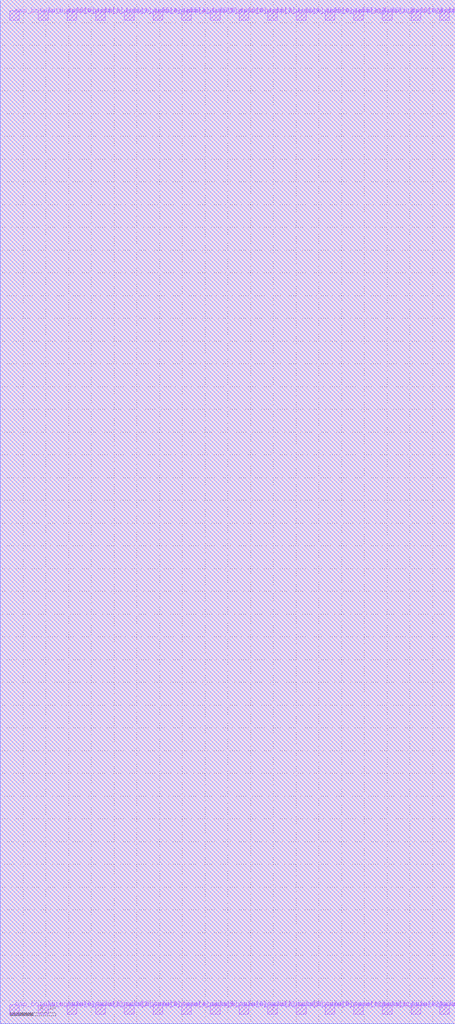
<source format=lef>
VERSION 5.8 ;
DIVIDERCHAR "/" ;
BUSBITCHARS "[]" ;

MACRO caparray
  CLASS BLOCK ;
  FOREIGN caparray 0 0 ;
  ORIGIN 0.000 0.000 ;
  SIZE 40.000 BY 90.000 ;
  SYMMETRY X Y ;

  PIN cap_botplate_main[0]
    DIRECTION INPUT ;
    USE SIGNAL ;
    PORT
      LAYER Metal4 ;
        RECT 0.84 0.84 1.68 1.68 ;
    END
  END cap_botplate_main[0]

  PIN cap_botplate_main[1]
    DIRECTION INPUT ;
    USE SIGNAL ;
    PORT
      LAYER Metal4 ;
        RECT 3.36 0.84 4.20 1.68 ;
    END
  END cap_botplate_main[1]

  PIN cap_botplate_main[2]
    DIRECTION INPUT ;
    USE SIGNAL ;
    PORT
      LAYER Metal4 ;
        RECT 5.88 0.84 6.72 1.68 ;
    END
  END cap_botplate_main[2]

  PIN cap_botplate_main[3]
    DIRECTION INPUT ;
    USE SIGNAL ;
    PORT
      LAYER Metal4 ;
        RECT 8.40 0.84 9.24 1.68 ;
    END
  END cap_botplate_main[3]

  PIN cap_botplate_main[4]
    DIRECTION INPUT ;
    USE SIGNAL ;
    PORT
      LAYER Metal4 ;
        RECT 10.92 0.84 11.76 1.68 ;
    END
  END cap_botplate_main[4]

  PIN cap_botplate_main[5]
    DIRECTION INPUT ;
    USE SIGNAL ;
    PORT
      LAYER Metal4 ;
        RECT 13.44 0.84 14.28 1.68 ;
    END
  END cap_botplate_main[5]

  PIN cap_botplate_main[6]
    DIRECTION INPUT ;
    USE SIGNAL ;
    PORT
      LAYER Metal4 ;
        RECT 15.96 0.84 16.80 1.68 ;
    END
  END cap_botplate_main[6]

  PIN cap_botplate_main[7]
    DIRECTION INPUT ;
    USE SIGNAL ;
    PORT
      LAYER Metal4 ;
        RECT 18.48 0.84 19.32 1.68 ;
    END
  END cap_botplate_main[7]

  PIN cap_botplate_main[8]
    DIRECTION INPUT ;
    USE SIGNAL ;
    PORT
      LAYER Metal4 ;
        RECT 21.00 0.84 21.84 1.68 ;
    END
  END cap_botplate_main[8]

  PIN cap_botplate_main[9]
    DIRECTION INPUT ;
    USE SIGNAL ;
    PORT
      LAYER Metal4 ;
        RECT 23.52 0.84 24.36 1.68 ;
    END
  END cap_botplate_main[9]

  PIN cap_botplate_main[10]
    DIRECTION INPUT ;
    USE SIGNAL ;
    PORT
      LAYER Metal4 ;
        RECT 26.04 0.84 26.88 1.68 ;
    END
  END cap_botplate_main[10]

  PIN cap_botplate_main[11]
    DIRECTION INPUT ;
    USE SIGNAL ;
    PORT
      LAYER Metal4 ;
        RECT 28.56 0.84 29.40 1.68 ;
    END
  END cap_botplate_main[11]

  PIN cap_botplate_main[12]
    DIRECTION INPUT ;
    USE SIGNAL ;
    PORT
      LAYER Metal4 ;
        RECT 31.08 0.84 31.92 1.68 ;
    END
  END cap_botplate_main[12]

  PIN cap_botplate_main[13]
    DIRECTION INPUT ;
    USE SIGNAL ;
    PORT
      LAYER Metal4 ;
        RECT 33.60 0.84 34.44 1.68 ;
    END
  END cap_botplate_main[13]

  PIN cap_botplate_main[14]
    DIRECTION INPUT ;
    USE SIGNAL ;
    PORT
      LAYER Metal4 ;
        RECT 36.12 0.84 36.96 1.68 ;
    END
  END cap_botplate_main[14]

  PIN cap_botplate_main[15]
    DIRECTION INPUT ;
    USE SIGNAL ;
    PORT
      LAYER Metal4 ;
        RECT 38.64 0.84 39.48 1.68 ;
    END
  END cap_botplate_main[15]

  # Top pins (16 pins, y=89.0um, evenly spaced across 40um width)
  PIN cap_botplate_diff[0]
    DIRECTION INPUT ;
    USE SIGNAL ;
    PORT
      LAYER Metal4 ;
        RECT 0.84 88.20 1.68 89.04 ;
    END
  END cap_botplate_diff[0]

  PIN cap_botplate_diff[1]
    DIRECTION INPUT ;
    USE SIGNAL ;
    PORT
      LAYER Metal4 ;
        RECT 3.36 88.20 4.20 89.04 ;
    END
  END cap_botplate_diff[1]

  PIN cap_botplate_diff[2]
    DIRECTION INPUT ;
    USE SIGNAL ;
    PORT
      LAYER Metal4 ;
        RECT 5.88 88.20 6.72 89.04 ;
    END
  END cap_botplate_diff[2]

  PIN cap_botplate_diff[3]
    DIRECTION INPUT ;
    USE SIGNAL ;
    PORT
      LAYER Metal4 ;
        RECT 8.40 88.20 9.24 89.04 ;
    END
  END cap_botplate_diff[3]

  PIN cap_botplate_diff[4]
    DIRECTION INPUT ;
    USE SIGNAL ;
    PORT
      LAYER Metal4 ;
        RECT 10.92 88.20 11.76 89.04 ;
    END
  END cap_botplate_diff[4]

  PIN cap_botplate_diff[5]
    DIRECTION INPUT ;
    USE SIGNAL ;
    PORT
      LAYER Metal4 ;
        RECT 13.44 88.20 14.28 89.04 ;
    END
  END cap_botplate_diff[5]

  PIN cap_botplate_diff[6]
    DIRECTION INPUT ;
    USE SIGNAL ;
    PORT
      LAYER Metal4 ;
        RECT 15.96 88.20 16.80 89.04 ;
    END
  END cap_botplate_diff[6]

  PIN cap_botplate_diff[7]
    DIRECTION INPUT ;
    USE SIGNAL ;
    PORT
      LAYER Metal4 ;
        RECT 18.48 88.20 19.32 89.04 ;
    END
  END cap_botplate_diff[7]

  PIN cap_botplate_diff[8]
    DIRECTION INPUT ;
    USE SIGNAL ;
    PORT
      LAYER Metal4 ;
        RECT 21.00 88.20 21.84 89.04 ;
    END
  END cap_botplate_diff[8]

  PIN cap_botplate_diff[9]
    DIRECTION INPUT ;
    USE SIGNAL ;
    PORT
      LAYER Metal4 ;
        RECT 23.52 88.20 24.36 89.04 ;
    END
  END cap_botplate_diff[9]

  PIN cap_botplate_diff[10]
    DIRECTION INPUT ;
    USE SIGNAL ;
    PORT
      LAYER Metal4 ;
        RECT 26.04 88.20 26.88 89.04 ;
    END
  END cap_botplate_diff[10]

  PIN cap_botplate_diff[11]
    DIRECTION INPUT ;
    USE SIGNAL ;
    PORT
      LAYER Metal4 ;
        RECT 28.56 88.20 29.40 89.04 ;
    END
  END cap_botplate_diff[11]

  PIN cap_botplate_diff[12]
    DIRECTION INPUT ;
    USE SIGNAL ;
    PORT
      LAYER Metal4 ;
        RECT 31.08 88.20 31.92 89.04 ;
    END
  END cap_botplate_diff[12]

  PIN cap_botplate_diff[13]
    DIRECTION INPUT ;
    USE SIGNAL ;
    PORT
      LAYER Metal4 ;
        RECT 33.60 88.20 34.44 89.04 ;
    END
  END cap_botplate_diff[13]

  PIN cap_botplate_diff[14]
    DIRECTION INPUT ;
    USE SIGNAL ;
    PORT
      LAYER Metal4 ;
        RECT 36.12 88.20 36.96 89.04 ;
    END
  END cap_botplate_diff[14]

  PIN cap_botplate_diff[15]
    DIRECTION INPUT ;
    USE SIGNAL ;
    PORT
      LAYER Metal4 ;
        RECT 38.64 88.20 39.48 89.04 ;
    END
  END cap_botplate_diff[15]

  OBS
    LAYER Metal5 ;
      RECT 0.000 0.000 40.000 90.000 ;
    LAYER TopMetal1 ;
      RECT 0.000 0.000 40.000 90.000 ;
  END

END caparray

END LIBRARY
</source>
